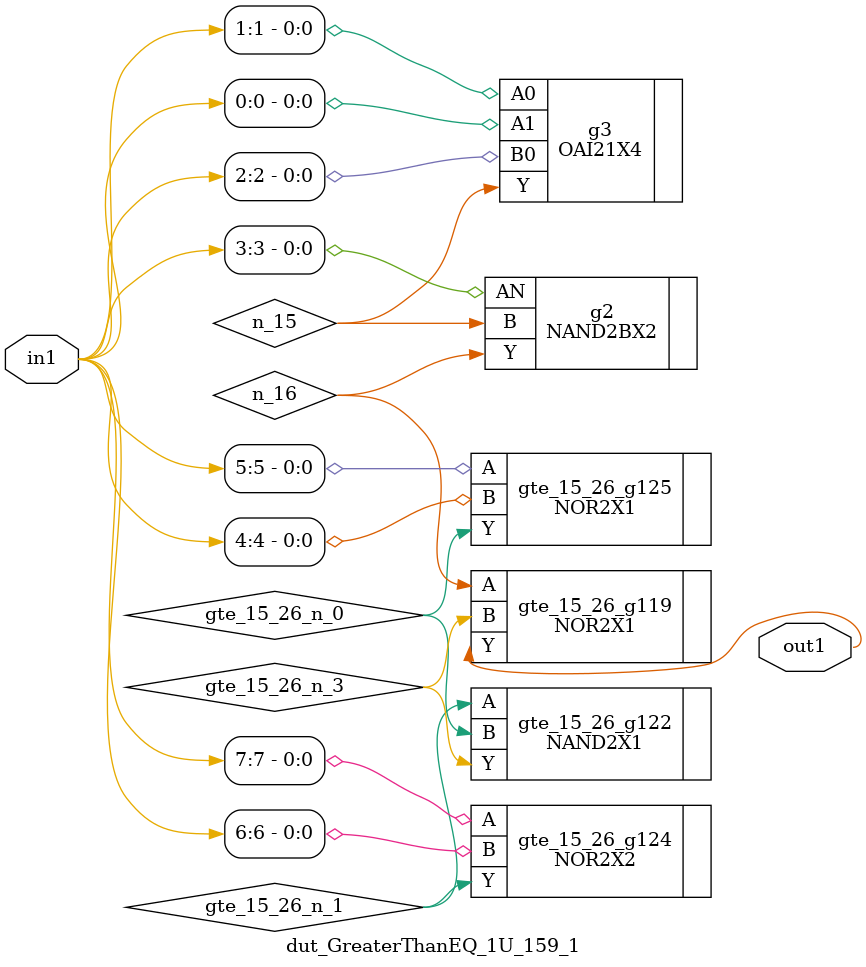
<source format=v>
`timescale 1ps / 1ps


module dut_GreaterThanEQ_1U_159_1(in1, out1);
  input [7:0] in1;
  output out1;
  wire [7:0] in1;
  wire out1;
  wire gte_15_26_n_0, gte_15_26_n_1, gte_15_26_n_3, n_15, n_16;
  NOR2X1 gte_15_26_g119(.A (n_16), .B (gte_15_26_n_3), .Y (out1));
  NAND2X1 gte_15_26_g122(.A (gte_15_26_n_1), .B (gte_15_26_n_0), .Y
       (gte_15_26_n_3));
  NOR2X2 gte_15_26_g124(.A (in1[7]), .B (in1[6]), .Y (gte_15_26_n_1));
  NOR2X1 gte_15_26_g125(.A (in1[5]), .B (in1[4]), .Y (gte_15_26_n_0));
  NAND2BX2 g2(.AN (in1[3]), .B (n_15), .Y (n_16));
  OAI21X4 g3(.A0 (in1[1]), .A1 (in1[0]), .B0 (in1[2]), .Y (n_15));
endmodule



</source>
